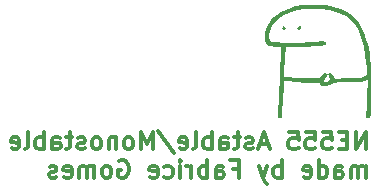
<source format=gbr>
%TF.GenerationSoftware,KiCad,Pcbnew,9.0.5*%
%TF.CreationDate,2025-11-22T01:39:54+01:00*%
%TF.ProjectId,AstableMonostable_NE555,41737461-626c-4654-9d6f-6e6f73746162,rev?*%
%TF.SameCoordinates,PX57a4860PY69925e0*%
%TF.FileFunction,Legend,Bot*%
%TF.FilePolarity,Positive*%
%FSLAX46Y46*%
G04 Gerber Fmt 4.6, Leading zero omitted, Abs format (unit mm)*
G04 Created by KiCad (PCBNEW 9.0.5) date 2025-11-22 01:39:54*
%MOMM*%
%LPD*%
G01*
G04 APERTURE LIST*
%ADD10C,0.300000*%
%ADD11C,0.000000*%
G04 APERTURE END LIST*
D10*
X31845489Y3214088D02*
X31845489Y4714088D01*
X31845489Y4714088D02*
X30988346Y3214088D01*
X30988346Y3214088D02*
X30988346Y4714088D01*
X30274060Y3999802D02*
X29774060Y3999802D01*
X29559774Y3214088D02*
X30274060Y3214088D01*
X30274060Y3214088D02*
X30274060Y4714088D01*
X30274060Y4714088D02*
X29559774Y4714088D01*
X28202631Y4714088D02*
X28916917Y4714088D01*
X28916917Y4714088D02*
X28988345Y3999802D01*
X28988345Y3999802D02*
X28916917Y4071231D01*
X28916917Y4071231D02*
X28774060Y4142659D01*
X28774060Y4142659D02*
X28416917Y4142659D01*
X28416917Y4142659D02*
X28274060Y4071231D01*
X28274060Y4071231D02*
X28202631Y3999802D01*
X28202631Y3999802D02*
X28131202Y3856945D01*
X28131202Y3856945D02*
X28131202Y3499802D01*
X28131202Y3499802D02*
X28202631Y3356945D01*
X28202631Y3356945D02*
X28274060Y3285516D01*
X28274060Y3285516D02*
X28416917Y3214088D01*
X28416917Y3214088D02*
X28774060Y3214088D01*
X28774060Y3214088D02*
X28916917Y3285516D01*
X28916917Y3285516D02*
X28988345Y3356945D01*
X26774060Y4714088D02*
X27488346Y4714088D01*
X27488346Y4714088D02*
X27559774Y3999802D01*
X27559774Y3999802D02*
X27488346Y4071231D01*
X27488346Y4071231D02*
X27345489Y4142659D01*
X27345489Y4142659D02*
X26988346Y4142659D01*
X26988346Y4142659D02*
X26845489Y4071231D01*
X26845489Y4071231D02*
X26774060Y3999802D01*
X26774060Y3999802D02*
X26702631Y3856945D01*
X26702631Y3856945D02*
X26702631Y3499802D01*
X26702631Y3499802D02*
X26774060Y3356945D01*
X26774060Y3356945D02*
X26845489Y3285516D01*
X26845489Y3285516D02*
X26988346Y3214088D01*
X26988346Y3214088D02*
X27345489Y3214088D01*
X27345489Y3214088D02*
X27488346Y3285516D01*
X27488346Y3285516D02*
X27559774Y3356945D01*
X25345489Y4714088D02*
X26059775Y4714088D01*
X26059775Y4714088D02*
X26131203Y3999802D01*
X26131203Y3999802D02*
X26059775Y4071231D01*
X26059775Y4071231D02*
X25916918Y4142659D01*
X25916918Y4142659D02*
X25559775Y4142659D01*
X25559775Y4142659D02*
X25416918Y4071231D01*
X25416918Y4071231D02*
X25345489Y3999802D01*
X25345489Y3999802D02*
X25274060Y3856945D01*
X25274060Y3856945D02*
X25274060Y3499802D01*
X25274060Y3499802D02*
X25345489Y3356945D01*
X25345489Y3356945D02*
X25416918Y3285516D01*
X25416918Y3285516D02*
X25559775Y3214088D01*
X25559775Y3214088D02*
X25916918Y3214088D01*
X25916918Y3214088D02*
X26059775Y3285516D01*
X26059775Y3285516D02*
X26131203Y3356945D01*
X23559775Y3642659D02*
X22845490Y3642659D01*
X23702632Y3214088D02*
X23202632Y4714088D01*
X23202632Y4714088D02*
X22702632Y3214088D01*
X22274061Y3285516D02*
X22131204Y3214088D01*
X22131204Y3214088D02*
X21845490Y3214088D01*
X21845490Y3214088D02*
X21702633Y3285516D01*
X21702633Y3285516D02*
X21631204Y3428374D01*
X21631204Y3428374D02*
X21631204Y3499802D01*
X21631204Y3499802D02*
X21702633Y3642659D01*
X21702633Y3642659D02*
X21845490Y3714088D01*
X21845490Y3714088D02*
X22059776Y3714088D01*
X22059776Y3714088D02*
X22202633Y3785516D01*
X22202633Y3785516D02*
X22274061Y3928374D01*
X22274061Y3928374D02*
X22274061Y3999802D01*
X22274061Y3999802D02*
X22202633Y4142659D01*
X22202633Y4142659D02*
X22059776Y4214088D01*
X22059776Y4214088D02*
X21845490Y4214088D01*
X21845490Y4214088D02*
X21702633Y4142659D01*
X21202632Y4214088D02*
X20631204Y4214088D01*
X20988347Y4714088D02*
X20988347Y3428374D01*
X20988347Y3428374D02*
X20916918Y3285516D01*
X20916918Y3285516D02*
X20774061Y3214088D01*
X20774061Y3214088D02*
X20631204Y3214088D01*
X19488347Y3214088D02*
X19488347Y3999802D01*
X19488347Y3999802D02*
X19559775Y4142659D01*
X19559775Y4142659D02*
X19702632Y4214088D01*
X19702632Y4214088D02*
X19988347Y4214088D01*
X19988347Y4214088D02*
X20131204Y4142659D01*
X19488347Y3285516D02*
X19631204Y3214088D01*
X19631204Y3214088D02*
X19988347Y3214088D01*
X19988347Y3214088D02*
X20131204Y3285516D01*
X20131204Y3285516D02*
X20202632Y3428374D01*
X20202632Y3428374D02*
X20202632Y3571231D01*
X20202632Y3571231D02*
X20131204Y3714088D01*
X20131204Y3714088D02*
X19988347Y3785516D01*
X19988347Y3785516D02*
X19631204Y3785516D01*
X19631204Y3785516D02*
X19488347Y3856945D01*
X18774061Y3214088D02*
X18774061Y4714088D01*
X18774061Y4142659D02*
X18631204Y4214088D01*
X18631204Y4214088D02*
X18345489Y4214088D01*
X18345489Y4214088D02*
X18202632Y4142659D01*
X18202632Y4142659D02*
X18131204Y4071231D01*
X18131204Y4071231D02*
X18059775Y3928374D01*
X18059775Y3928374D02*
X18059775Y3499802D01*
X18059775Y3499802D02*
X18131204Y3356945D01*
X18131204Y3356945D02*
X18202632Y3285516D01*
X18202632Y3285516D02*
X18345489Y3214088D01*
X18345489Y3214088D02*
X18631204Y3214088D01*
X18631204Y3214088D02*
X18774061Y3285516D01*
X17202632Y3214088D02*
X17345489Y3285516D01*
X17345489Y3285516D02*
X17416918Y3428374D01*
X17416918Y3428374D02*
X17416918Y4714088D01*
X16059775Y3285516D02*
X16202632Y3214088D01*
X16202632Y3214088D02*
X16488347Y3214088D01*
X16488347Y3214088D02*
X16631204Y3285516D01*
X16631204Y3285516D02*
X16702632Y3428374D01*
X16702632Y3428374D02*
X16702632Y3999802D01*
X16702632Y3999802D02*
X16631204Y4142659D01*
X16631204Y4142659D02*
X16488347Y4214088D01*
X16488347Y4214088D02*
X16202632Y4214088D01*
X16202632Y4214088D02*
X16059775Y4142659D01*
X16059775Y4142659D02*
X15988347Y3999802D01*
X15988347Y3999802D02*
X15988347Y3856945D01*
X15988347Y3856945D02*
X16702632Y3714088D01*
X14274061Y4785516D02*
X15559775Y2856945D01*
X13774061Y3214088D02*
X13774061Y4714088D01*
X13774061Y4714088D02*
X13274061Y3642659D01*
X13274061Y3642659D02*
X12774061Y4714088D01*
X12774061Y4714088D02*
X12774061Y3214088D01*
X11845489Y3214088D02*
X11988346Y3285516D01*
X11988346Y3285516D02*
X12059775Y3356945D01*
X12059775Y3356945D02*
X12131203Y3499802D01*
X12131203Y3499802D02*
X12131203Y3928374D01*
X12131203Y3928374D02*
X12059775Y4071231D01*
X12059775Y4071231D02*
X11988346Y4142659D01*
X11988346Y4142659D02*
X11845489Y4214088D01*
X11845489Y4214088D02*
X11631203Y4214088D01*
X11631203Y4214088D02*
X11488346Y4142659D01*
X11488346Y4142659D02*
X11416918Y4071231D01*
X11416918Y4071231D02*
X11345489Y3928374D01*
X11345489Y3928374D02*
X11345489Y3499802D01*
X11345489Y3499802D02*
X11416918Y3356945D01*
X11416918Y3356945D02*
X11488346Y3285516D01*
X11488346Y3285516D02*
X11631203Y3214088D01*
X11631203Y3214088D02*
X11845489Y3214088D01*
X10702632Y4214088D02*
X10702632Y3214088D01*
X10702632Y4071231D02*
X10631203Y4142659D01*
X10631203Y4142659D02*
X10488346Y4214088D01*
X10488346Y4214088D02*
X10274060Y4214088D01*
X10274060Y4214088D02*
X10131203Y4142659D01*
X10131203Y4142659D02*
X10059775Y3999802D01*
X10059775Y3999802D02*
X10059775Y3214088D01*
X9131203Y3214088D02*
X9274060Y3285516D01*
X9274060Y3285516D02*
X9345489Y3356945D01*
X9345489Y3356945D02*
X9416917Y3499802D01*
X9416917Y3499802D02*
X9416917Y3928374D01*
X9416917Y3928374D02*
X9345489Y4071231D01*
X9345489Y4071231D02*
X9274060Y4142659D01*
X9274060Y4142659D02*
X9131203Y4214088D01*
X9131203Y4214088D02*
X8916917Y4214088D01*
X8916917Y4214088D02*
X8774060Y4142659D01*
X8774060Y4142659D02*
X8702632Y4071231D01*
X8702632Y4071231D02*
X8631203Y3928374D01*
X8631203Y3928374D02*
X8631203Y3499802D01*
X8631203Y3499802D02*
X8702632Y3356945D01*
X8702632Y3356945D02*
X8774060Y3285516D01*
X8774060Y3285516D02*
X8916917Y3214088D01*
X8916917Y3214088D02*
X9131203Y3214088D01*
X8059774Y3285516D02*
X7916917Y3214088D01*
X7916917Y3214088D02*
X7631203Y3214088D01*
X7631203Y3214088D02*
X7488346Y3285516D01*
X7488346Y3285516D02*
X7416917Y3428374D01*
X7416917Y3428374D02*
X7416917Y3499802D01*
X7416917Y3499802D02*
X7488346Y3642659D01*
X7488346Y3642659D02*
X7631203Y3714088D01*
X7631203Y3714088D02*
X7845489Y3714088D01*
X7845489Y3714088D02*
X7988346Y3785516D01*
X7988346Y3785516D02*
X8059774Y3928374D01*
X8059774Y3928374D02*
X8059774Y3999802D01*
X8059774Y3999802D02*
X7988346Y4142659D01*
X7988346Y4142659D02*
X7845489Y4214088D01*
X7845489Y4214088D02*
X7631203Y4214088D01*
X7631203Y4214088D02*
X7488346Y4142659D01*
X6988345Y4214088D02*
X6416917Y4214088D01*
X6774060Y4714088D02*
X6774060Y3428374D01*
X6774060Y3428374D02*
X6702631Y3285516D01*
X6702631Y3285516D02*
X6559774Y3214088D01*
X6559774Y3214088D02*
X6416917Y3214088D01*
X5274060Y3214088D02*
X5274060Y3999802D01*
X5274060Y3999802D02*
X5345488Y4142659D01*
X5345488Y4142659D02*
X5488345Y4214088D01*
X5488345Y4214088D02*
X5774060Y4214088D01*
X5774060Y4214088D02*
X5916917Y4142659D01*
X5274060Y3285516D02*
X5416917Y3214088D01*
X5416917Y3214088D02*
X5774060Y3214088D01*
X5774060Y3214088D02*
X5916917Y3285516D01*
X5916917Y3285516D02*
X5988345Y3428374D01*
X5988345Y3428374D02*
X5988345Y3571231D01*
X5988345Y3571231D02*
X5916917Y3714088D01*
X5916917Y3714088D02*
X5774060Y3785516D01*
X5774060Y3785516D02*
X5416917Y3785516D01*
X5416917Y3785516D02*
X5274060Y3856945D01*
X4559774Y3214088D02*
X4559774Y4714088D01*
X4559774Y4142659D02*
X4416917Y4214088D01*
X4416917Y4214088D02*
X4131202Y4214088D01*
X4131202Y4214088D02*
X3988345Y4142659D01*
X3988345Y4142659D02*
X3916917Y4071231D01*
X3916917Y4071231D02*
X3845488Y3928374D01*
X3845488Y3928374D02*
X3845488Y3499802D01*
X3845488Y3499802D02*
X3916917Y3356945D01*
X3916917Y3356945D02*
X3988345Y3285516D01*
X3988345Y3285516D02*
X4131202Y3214088D01*
X4131202Y3214088D02*
X4416917Y3214088D01*
X4416917Y3214088D02*
X4559774Y3285516D01*
X2988345Y3214088D02*
X3131202Y3285516D01*
X3131202Y3285516D02*
X3202631Y3428374D01*
X3202631Y3428374D02*
X3202631Y4714088D01*
X1845488Y3285516D02*
X1988345Y3214088D01*
X1988345Y3214088D02*
X2274060Y3214088D01*
X2274060Y3214088D02*
X2416917Y3285516D01*
X2416917Y3285516D02*
X2488345Y3428374D01*
X2488345Y3428374D02*
X2488345Y3999802D01*
X2488345Y3999802D02*
X2416917Y4142659D01*
X2416917Y4142659D02*
X2274060Y4214088D01*
X2274060Y4214088D02*
X1988345Y4214088D01*
X1988345Y4214088D02*
X1845488Y4142659D01*
X1845488Y4142659D02*
X1774060Y3999802D01*
X1774060Y3999802D02*
X1774060Y3856945D01*
X1774060Y3856945D02*
X2488345Y3714088D01*
X31845489Y799172D02*
X31845489Y1799172D01*
X31845489Y1656315D02*
X31774060Y1727743D01*
X31774060Y1727743D02*
X31631203Y1799172D01*
X31631203Y1799172D02*
X31416917Y1799172D01*
X31416917Y1799172D02*
X31274060Y1727743D01*
X31274060Y1727743D02*
X31202632Y1584886D01*
X31202632Y1584886D02*
X31202632Y799172D01*
X31202632Y1584886D02*
X31131203Y1727743D01*
X31131203Y1727743D02*
X30988346Y1799172D01*
X30988346Y1799172D02*
X30774060Y1799172D01*
X30774060Y1799172D02*
X30631203Y1727743D01*
X30631203Y1727743D02*
X30559774Y1584886D01*
X30559774Y1584886D02*
X30559774Y799172D01*
X29202632Y799172D02*
X29202632Y1584886D01*
X29202632Y1584886D02*
X29274060Y1727743D01*
X29274060Y1727743D02*
X29416917Y1799172D01*
X29416917Y1799172D02*
X29702632Y1799172D01*
X29702632Y1799172D02*
X29845489Y1727743D01*
X29202632Y870600D02*
X29345489Y799172D01*
X29345489Y799172D02*
X29702632Y799172D01*
X29702632Y799172D02*
X29845489Y870600D01*
X29845489Y870600D02*
X29916917Y1013458D01*
X29916917Y1013458D02*
X29916917Y1156315D01*
X29916917Y1156315D02*
X29845489Y1299172D01*
X29845489Y1299172D02*
X29702632Y1370600D01*
X29702632Y1370600D02*
X29345489Y1370600D01*
X29345489Y1370600D02*
X29202632Y1442029D01*
X27845489Y799172D02*
X27845489Y2299172D01*
X27845489Y870600D02*
X27988346Y799172D01*
X27988346Y799172D02*
X28274060Y799172D01*
X28274060Y799172D02*
X28416917Y870600D01*
X28416917Y870600D02*
X28488346Y942029D01*
X28488346Y942029D02*
X28559774Y1084886D01*
X28559774Y1084886D02*
X28559774Y1513458D01*
X28559774Y1513458D02*
X28488346Y1656315D01*
X28488346Y1656315D02*
X28416917Y1727743D01*
X28416917Y1727743D02*
X28274060Y1799172D01*
X28274060Y1799172D02*
X27988346Y1799172D01*
X27988346Y1799172D02*
X27845489Y1727743D01*
X26559774Y870600D02*
X26702631Y799172D01*
X26702631Y799172D02*
X26988346Y799172D01*
X26988346Y799172D02*
X27131203Y870600D01*
X27131203Y870600D02*
X27202631Y1013458D01*
X27202631Y1013458D02*
X27202631Y1584886D01*
X27202631Y1584886D02*
X27131203Y1727743D01*
X27131203Y1727743D02*
X26988346Y1799172D01*
X26988346Y1799172D02*
X26702631Y1799172D01*
X26702631Y1799172D02*
X26559774Y1727743D01*
X26559774Y1727743D02*
X26488346Y1584886D01*
X26488346Y1584886D02*
X26488346Y1442029D01*
X26488346Y1442029D02*
X27202631Y1299172D01*
X24702632Y799172D02*
X24702632Y2299172D01*
X24702632Y1727743D02*
X24559775Y1799172D01*
X24559775Y1799172D02*
X24274060Y1799172D01*
X24274060Y1799172D02*
X24131203Y1727743D01*
X24131203Y1727743D02*
X24059775Y1656315D01*
X24059775Y1656315D02*
X23988346Y1513458D01*
X23988346Y1513458D02*
X23988346Y1084886D01*
X23988346Y1084886D02*
X24059775Y942029D01*
X24059775Y942029D02*
X24131203Y870600D01*
X24131203Y870600D02*
X24274060Y799172D01*
X24274060Y799172D02*
X24559775Y799172D01*
X24559775Y799172D02*
X24702632Y870600D01*
X23488346Y1799172D02*
X23131203Y799172D01*
X22774060Y1799172D02*
X23131203Y799172D01*
X23131203Y799172D02*
X23274060Y442029D01*
X23274060Y442029D02*
X23345489Y370600D01*
X23345489Y370600D02*
X23488346Y299172D01*
X20559775Y1584886D02*
X21059775Y1584886D01*
X21059775Y799172D02*
X21059775Y2299172D01*
X21059775Y2299172D02*
X20345489Y2299172D01*
X19131204Y799172D02*
X19131204Y1584886D01*
X19131204Y1584886D02*
X19202632Y1727743D01*
X19202632Y1727743D02*
X19345489Y1799172D01*
X19345489Y1799172D02*
X19631204Y1799172D01*
X19631204Y1799172D02*
X19774061Y1727743D01*
X19131204Y870600D02*
X19274061Y799172D01*
X19274061Y799172D02*
X19631204Y799172D01*
X19631204Y799172D02*
X19774061Y870600D01*
X19774061Y870600D02*
X19845489Y1013458D01*
X19845489Y1013458D02*
X19845489Y1156315D01*
X19845489Y1156315D02*
X19774061Y1299172D01*
X19774061Y1299172D02*
X19631204Y1370600D01*
X19631204Y1370600D02*
X19274061Y1370600D01*
X19274061Y1370600D02*
X19131204Y1442029D01*
X18416918Y799172D02*
X18416918Y2299172D01*
X18416918Y1727743D02*
X18274061Y1799172D01*
X18274061Y1799172D02*
X17988346Y1799172D01*
X17988346Y1799172D02*
X17845489Y1727743D01*
X17845489Y1727743D02*
X17774061Y1656315D01*
X17774061Y1656315D02*
X17702632Y1513458D01*
X17702632Y1513458D02*
X17702632Y1084886D01*
X17702632Y1084886D02*
X17774061Y942029D01*
X17774061Y942029D02*
X17845489Y870600D01*
X17845489Y870600D02*
X17988346Y799172D01*
X17988346Y799172D02*
X18274061Y799172D01*
X18274061Y799172D02*
X18416918Y870600D01*
X17059775Y799172D02*
X17059775Y1799172D01*
X17059775Y1513458D02*
X16988346Y1656315D01*
X16988346Y1656315D02*
X16916918Y1727743D01*
X16916918Y1727743D02*
X16774060Y1799172D01*
X16774060Y1799172D02*
X16631203Y1799172D01*
X16131204Y799172D02*
X16131204Y1799172D01*
X16131204Y2299172D02*
X16202632Y2227743D01*
X16202632Y2227743D02*
X16131204Y2156315D01*
X16131204Y2156315D02*
X16059775Y2227743D01*
X16059775Y2227743D02*
X16131204Y2299172D01*
X16131204Y2299172D02*
X16131204Y2156315D01*
X14774061Y870600D02*
X14916918Y799172D01*
X14916918Y799172D02*
X15202632Y799172D01*
X15202632Y799172D02*
X15345489Y870600D01*
X15345489Y870600D02*
X15416918Y942029D01*
X15416918Y942029D02*
X15488346Y1084886D01*
X15488346Y1084886D02*
X15488346Y1513458D01*
X15488346Y1513458D02*
X15416918Y1656315D01*
X15416918Y1656315D02*
X15345489Y1727743D01*
X15345489Y1727743D02*
X15202632Y1799172D01*
X15202632Y1799172D02*
X14916918Y1799172D01*
X14916918Y1799172D02*
X14774061Y1727743D01*
X13559775Y870600D02*
X13702632Y799172D01*
X13702632Y799172D02*
X13988347Y799172D01*
X13988347Y799172D02*
X14131204Y870600D01*
X14131204Y870600D02*
X14202632Y1013458D01*
X14202632Y1013458D02*
X14202632Y1584886D01*
X14202632Y1584886D02*
X14131204Y1727743D01*
X14131204Y1727743D02*
X13988347Y1799172D01*
X13988347Y1799172D02*
X13702632Y1799172D01*
X13702632Y1799172D02*
X13559775Y1727743D01*
X13559775Y1727743D02*
X13488347Y1584886D01*
X13488347Y1584886D02*
X13488347Y1442029D01*
X13488347Y1442029D02*
X14202632Y1299172D01*
X10916918Y2227743D02*
X11059776Y2299172D01*
X11059776Y2299172D02*
X11274061Y2299172D01*
X11274061Y2299172D02*
X11488347Y2227743D01*
X11488347Y2227743D02*
X11631204Y2084886D01*
X11631204Y2084886D02*
X11702633Y1942029D01*
X11702633Y1942029D02*
X11774061Y1656315D01*
X11774061Y1656315D02*
X11774061Y1442029D01*
X11774061Y1442029D02*
X11702633Y1156315D01*
X11702633Y1156315D02*
X11631204Y1013458D01*
X11631204Y1013458D02*
X11488347Y870600D01*
X11488347Y870600D02*
X11274061Y799172D01*
X11274061Y799172D02*
X11131204Y799172D01*
X11131204Y799172D02*
X10916918Y870600D01*
X10916918Y870600D02*
X10845490Y942029D01*
X10845490Y942029D02*
X10845490Y1442029D01*
X10845490Y1442029D02*
X11131204Y1442029D01*
X9988347Y799172D02*
X10131204Y870600D01*
X10131204Y870600D02*
X10202633Y942029D01*
X10202633Y942029D02*
X10274061Y1084886D01*
X10274061Y1084886D02*
X10274061Y1513458D01*
X10274061Y1513458D02*
X10202633Y1656315D01*
X10202633Y1656315D02*
X10131204Y1727743D01*
X10131204Y1727743D02*
X9988347Y1799172D01*
X9988347Y1799172D02*
X9774061Y1799172D01*
X9774061Y1799172D02*
X9631204Y1727743D01*
X9631204Y1727743D02*
X9559776Y1656315D01*
X9559776Y1656315D02*
X9488347Y1513458D01*
X9488347Y1513458D02*
X9488347Y1084886D01*
X9488347Y1084886D02*
X9559776Y942029D01*
X9559776Y942029D02*
X9631204Y870600D01*
X9631204Y870600D02*
X9774061Y799172D01*
X9774061Y799172D02*
X9988347Y799172D01*
X8845490Y799172D02*
X8845490Y1799172D01*
X8845490Y1656315D02*
X8774061Y1727743D01*
X8774061Y1727743D02*
X8631204Y1799172D01*
X8631204Y1799172D02*
X8416918Y1799172D01*
X8416918Y1799172D02*
X8274061Y1727743D01*
X8274061Y1727743D02*
X8202633Y1584886D01*
X8202633Y1584886D02*
X8202633Y799172D01*
X8202633Y1584886D02*
X8131204Y1727743D01*
X8131204Y1727743D02*
X7988347Y1799172D01*
X7988347Y1799172D02*
X7774061Y1799172D01*
X7774061Y1799172D02*
X7631204Y1727743D01*
X7631204Y1727743D02*
X7559775Y1584886D01*
X7559775Y1584886D02*
X7559775Y799172D01*
X6274061Y870600D02*
X6416918Y799172D01*
X6416918Y799172D02*
X6702633Y799172D01*
X6702633Y799172D02*
X6845490Y870600D01*
X6845490Y870600D02*
X6916918Y1013458D01*
X6916918Y1013458D02*
X6916918Y1584886D01*
X6916918Y1584886D02*
X6845490Y1727743D01*
X6845490Y1727743D02*
X6702633Y1799172D01*
X6702633Y1799172D02*
X6416918Y1799172D01*
X6416918Y1799172D02*
X6274061Y1727743D01*
X6274061Y1727743D02*
X6202633Y1584886D01*
X6202633Y1584886D02*
X6202633Y1442029D01*
X6202633Y1442029D02*
X6916918Y1299172D01*
X5631204Y870600D02*
X5488347Y799172D01*
X5488347Y799172D02*
X5202633Y799172D01*
X5202633Y799172D02*
X5059776Y870600D01*
X5059776Y870600D02*
X4988347Y1013458D01*
X4988347Y1013458D02*
X4988347Y1084886D01*
X4988347Y1084886D02*
X5059776Y1227743D01*
X5059776Y1227743D02*
X5202633Y1299172D01*
X5202633Y1299172D02*
X5416919Y1299172D01*
X5416919Y1299172D02*
X5559776Y1370600D01*
X5559776Y1370600D02*
X5631204Y1513458D01*
X5631204Y1513458D02*
X5631204Y1584886D01*
X5631204Y1584886D02*
X5559776Y1727743D01*
X5559776Y1727743D02*
X5416919Y1799172D01*
X5416919Y1799172D02*
X5202633Y1799172D01*
X5202633Y1799172D02*
X5059776Y1727743D01*
D11*
%TO.C,G\u002A\u002A\u002A*%
G36*
X32291217Y9103533D02*
G01*
X32297143Y8448398D01*
X32288987Y7796934D01*
X32279332Y7432533D01*
X32266503Y7026109D01*
X32252924Y6665660D01*
X32239372Y6369639D01*
X32226619Y6156499D01*
X32215440Y6044694D01*
X32190268Y5942455D01*
X32127735Y5867005D01*
X31998757Y5850000D01*
X31927531Y5851135D01*
X31854359Y5872178D01*
X31836844Y5945693D01*
X31856606Y6104600D01*
X31861693Y6146612D01*
X31875499Y6323796D01*
X31890593Y6590621D01*
X31905960Y6925754D01*
X31920581Y7307865D01*
X31933440Y7715622D01*
X31971618Y9072045D01*
X31648074Y8979692D01*
X31525194Y8951124D01*
X31309393Y8921050D01*
X31022675Y8900107D01*
X30648792Y8887214D01*
X30171491Y8881287D01*
X30135261Y8881074D01*
X29781952Y8876416D01*
X29475319Y8867862D01*
X29233644Y8856269D01*
X29075213Y8842489D01*
X29018307Y8827378D01*
X29018167Y8824830D01*
X28961696Y8762248D01*
X28831808Y8693155D01*
X28670652Y8633329D01*
X28520380Y8598549D01*
X28423143Y8604592D01*
X28366428Y8622952D01*
X28237707Y8604761D01*
X28184111Y8583797D01*
X28066631Y8608970D01*
X27958308Y8747602D01*
X27953182Y8756583D01*
X27912049Y8802356D01*
X27839774Y8831601D01*
X27714208Y8847397D01*
X27513202Y8852820D01*
X27214607Y8850950D01*
X27047599Y8850606D01*
X26637421Y8860651D01*
X26198452Y8883399D01*
X25767836Y8916230D01*
X25382720Y8956519D01*
X25080248Y9001644D01*
X24884671Y9038334D01*
X24882974Y8567399D01*
X24880111Y8425657D01*
X24868218Y8141393D01*
X24848768Y7791077D01*
X24823563Y7406177D01*
X24794400Y7018161D01*
X24768763Y6698673D01*
X24744071Y6388154D01*
X24724380Y6137443D01*
X24711249Y5966412D01*
X24706238Y5894930D01*
X24706216Y5894473D01*
X24651930Y5863048D01*
X24525237Y5850000D01*
X24465654Y5849590D01*
X24406071Y5856943D01*
X24370039Y5890424D01*
X24354823Y5968688D01*
X24357689Y6110390D01*
X24375905Y6334184D01*
X24406736Y6658727D01*
X24417668Y6786994D01*
X24438309Y7079291D01*
X24461001Y7450604D01*
X24484314Y7875607D01*
X24506812Y8328974D01*
X24527063Y8785378D01*
X24537638Y9035837D01*
X24558619Y9511833D01*
X24580301Y9980532D01*
X24601339Y10413829D01*
X24620388Y10783618D01*
X24636100Y11061793D01*
X24637869Y11091053D01*
X24653355Y11373785D01*
X24663380Y11607813D01*
X24667100Y11769522D01*
X24663674Y11835300D01*
X24652095Y11840406D01*
X24550664Y11858208D01*
X24369277Y11879392D01*
X24136666Y11900407D01*
X24125999Y11901261D01*
X23820843Y11936498D01*
X23611488Y11994855D01*
X23474770Y12092682D01*
X23387526Y12246325D01*
X23326593Y12472133D01*
X23294715Y12710533D01*
X23306229Y12904936D01*
X23658691Y12904936D01*
X23660084Y12653285D01*
X23696009Y12451435D01*
X23764376Y12332437D01*
X23765007Y12331946D01*
X23866301Y12300657D01*
X24069235Y12274721D01*
X24356006Y12254371D01*
X24708809Y12239837D01*
X25109841Y12231350D01*
X25541296Y12229140D01*
X25985372Y12233439D01*
X26424264Y12244477D01*
X26840167Y12262486D01*
X27215279Y12287696D01*
X27238783Y12289637D01*
X27659744Y12321876D01*
X27974265Y12339999D01*
X28194269Y12344250D01*
X28331678Y12334876D01*
X28398416Y12312123D01*
X28444305Y12260638D01*
X28476323Y12143609D01*
X28423221Y12052780D01*
X28390970Y12042623D01*
X28250320Y12020488D01*
X28021995Y11995164D01*
X27726755Y11968097D01*
X27385357Y11940734D01*
X27018559Y11914519D01*
X26647122Y11890899D01*
X26291802Y11871319D01*
X25973360Y11857226D01*
X25712552Y11850065D01*
X25530138Y11851282D01*
X25067350Y11871273D01*
X25038993Y11631274D01*
X25029465Y11533820D01*
X25013659Y11333136D01*
X24995305Y11070457D01*
X24975739Y10768473D01*
X24956298Y10449875D01*
X24938316Y10137357D01*
X24923131Y9853607D01*
X24912079Y9621318D01*
X24906496Y9463181D01*
X24907717Y9401887D01*
X24907888Y9401711D01*
X24993821Y9370795D01*
X25178695Y9339636D01*
X25441778Y9309949D01*
X25762339Y9283449D01*
X26119644Y9261853D01*
X26492961Y9246875D01*
X26861557Y9240231D01*
X27909907Y9234670D01*
X28125339Y9469262D01*
X28223567Y9564179D01*
X28380236Y9659277D01*
X28489229Y9658683D01*
X28535917Y9576364D01*
X28505672Y9426286D01*
X28383867Y9222417D01*
X28347791Y9171325D01*
X28275153Y9030292D01*
X28262176Y8932211D01*
X28273398Y8905823D01*
X28318878Y8859283D01*
X28403098Y8872363D01*
X28557733Y8946606D01*
X28692307Y9039298D01*
X28769456Y9177737D01*
X28728087Y9331651D01*
X28681369Y9423727D01*
X28669338Y9564066D01*
X28756179Y9648634D01*
X28844518Y9656955D01*
X28980755Y9571126D01*
X29117286Y9366515D01*
X29208511Y9190106D01*
X30266520Y9221332D01*
X30487486Y9228777D01*
X30950247Y9252978D01*
X31309169Y9286967D01*
X31575438Y9332437D01*
X31760240Y9391079D01*
X31874760Y9464584D01*
X31882739Y9474535D01*
X31903886Y9543683D01*
X31911879Y9674750D01*
X31906457Y9881999D01*
X31887361Y10179691D01*
X31854329Y10582089D01*
X31789563Y11167723D01*
X31643529Y11983944D01*
X31437539Y12717065D01*
X31168067Y13381468D01*
X30928501Y13784866D01*
X30575804Y14172135D01*
X30131017Y14491873D01*
X29590070Y14746939D01*
X28948889Y14940195D01*
X28761270Y14983127D01*
X28504776Y15034124D01*
X28265800Y15067675D01*
X28010028Y15087053D01*
X27703149Y15095530D01*
X27310850Y15096376D01*
X26955779Y15093260D01*
X26661613Y15084727D01*
X26430735Y15067689D01*
X26233837Y15038933D01*
X26041609Y14995244D01*
X25824742Y14933408D01*
X25470575Y14817002D01*
X24907052Y14577891D01*
X24453085Y14303332D01*
X24104564Y13990028D01*
X23857380Y13634679D01*
X23707422Y13233987D01*
X23693916Y13173338D01*
X23658691Y12904936D01*
X23306229Y12904936D01*
X23321389Y13160906D01*
X23452453Y13605839D01*
X23680166Y14023180D01*
X23996791Y14390774D01*
X24021049Y14412896D01*
X24290510Y14614879D01*
X24642151Y14822594D01*
X25044269Y15020293D01*
X25465158Y15192233D01*
X25873114Y15322665D01*
X25940658Y15339605D01*
X26351701Y15410238D01*
X26839564Y15451740D01*
X27371204Y15464079D01*
X27913578Y15447220D01*
X28433641Y15401128D01*
X28898350Y15325771D01*
X29060081Y15289032D01*
X29705701Y15085407D01*
X30277360Y14809300D01*
X30766173Y14466676D01*
X31163253Y14063503D01*
X31459714Y13605750D01*
X31508318Y13502990D01*
X31628415Y13212413D01*
X31757789Y12860577D01*
X31883509Y12485278D01*
X31992644Y12124311D01*
X32072261Y11815473D01*
X32087666Y11742508D01*
X32148013Y11365486D01*
X32199607Y10893314D01*
X32241383Y10345754D01*
X32272275Y9742573D01*
X32274285Y9674750D01*
X32291217Y9103533D01*
G37*
G36*
X26303281Y13613685D02*
G01*
X26361545Y13537334D01*
X26324514Y13430605D01*
X26266420Y13381881D01*
X26131188Y13338208D01*
X26049349Y13378689D01*
X26030480Y13471211D01*
X26070451Y13569622D01*
X26164029Y13627766D01*
X26174237Y13629538D01*
X26303281Y13613685D01*
G37*
G36*
X25021363Y13579397D02*
G01*
X25096167Y13493448D01*
X25097893Y13403862D01*
X25039498Y13362521D01*
X24911088Y13338208D01*
X24799954Y13363942D01*
X24764859Y13459899D01*
X24781493Y13535023D01*
X24859363Y13617855D01*
X24915319Y13624173D01*
X25021363Y13579397D01*
G37*
%TD*%
M02*

</source>
